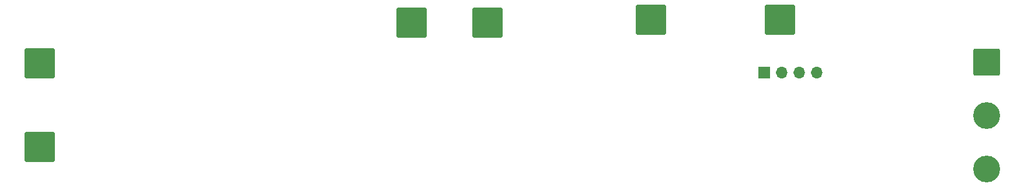
<source format=gbr>
%TF.GenerationSoftware,KiCad,Pcbnew,8.0.2*%
%TF.CreationDate,2024-08-08T08:25:18+03:00*%
%TF.ProjectId,______________ SMD,21323542-3e43-43a3-9037-3042353b4c20,rev?*%
%TF.SameCoordinates,Original*%
%TF.FileFunction,Soldermask,Bot*%
%TF.FilePolarity,Negative*%
%FSLAX45Y45*%
G04 Gerber Fmt 4.5, Leading zero omitted, Abs format (unit mm)*
G04 Created by KiCad (PCBNEW 8.0.2) date 2024-08-08 08:25:18*
%MOMM*%
%LPD*%
G01*
G04 APERTURE LIST*
G04 Aperture macros list*
%AMRoundRect*
0 Rectangle with rounded corners*
0 $1 Rounding radius*
0 $2 $3 $4 $5 $6 $7 $8 $9 X,Y pos of 4 corners*
0 Add a 4 corners polygon primitive as box body*
4,1,4,$2,$3,$4,$5,$6,$7,$8,$9,$2,$3,0*
0 Add four circle primitives for the rounded corners*
1,1,$1+$1,$2,$3*
1,1,$1+$1,$4,$5*
1,1,$1+$1,$6,$7*
1,1,$1+$1,$8,$9*
0 Add four rect primitives between the rounded corners*
20,1,$1+$1,$2,$3,$4,$5,0*
20,1,$1+$1,$4,$5,$6,$7,0*
20,1,$1+$1,$6,$7,$8,$9,0*
20,1,$1+$1,$8,$9,$2,$3,0*%
G04 Aperture macros list end*
%ADD10R,1.700000X1.700000*%
%ADD11O,1.700000X1.700000*%
%ADD12RoundRect,0.249999X-1.950001X-1.950001X1.950001X-1.950001X1.950001X1.950001X-1.950001X1.950001X0*%
%ADD13RoundRect,0.250002X-1.699998X1.699998X-1.699998X-1.699998X1.699998X-1.699998X1.699998X1.699998X0*%
%ADD14C,3.900000*%
%ADD15RoundRect,0.249999X1.950001X1.950001X-1.950001X1.950001X-1.950001X-1.950001X1.950001X-1.950001X0*%
G04 APERTURE END LIST*
D10*
%TO.C,J6*%
X15291460Y-8574700D03*
D11*
X15545460Y-8574700D03*
X15799460Y-8574700D03*
X16053460Y-8574700D03*
%TD*%
D12*
%TO.C,J2*%
X11282680Y-7846060D03*
%TD*%
%TO.C,J3*%
X10180320Y-7843520D03*
%TD*%
D13*
%TO.C,J4*%
X18516600Y-8422420D03*
D14*
X18516600Y-9202420D03*
X18516600Y-9982420D03*
%TD*%
D15*
%TO.C,J1*%
X4785360Y-8440420D03*
%TD*%
%TO.C,J5*%
X4785360Y-9659620D03*
%TD*%
D12*
%TO.C,J7*%
X13654700Y-7802540D03*
%TD*%
%TO.C,J8*%
X15521600Y-7800000D03*
%TD*%
M02*

</source>
